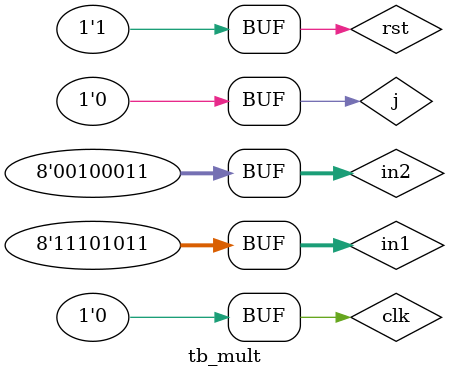
<source format=v>
`timescale 1ns/1ps
`define DATA_WIDTH 8

module tb_mult ();

reg clk;
reg rst;
reg [`DATA_WIDTH-1:0]in1;
reg [`DATA_WIDTH-1:0]in2;
wire [`DATA_WIDTH*2-1:0]out;


multiplier uut(
    .clk(clk),
    .rst(rst),
    .in1(in1),
    .in2(in2),
    .out(out)  
);

initial begin
        $dumpfile("../simulations/tb_mult.vcd");
        $dumpvars(0, tb_mult);
    end

initial begin
    in1 <= -21;
    in2 <= 35;
    rst = 1;
    #5;
    rst = 0;
    #5;
    rst <= 1;
end

reg j;
initial
begin
  for(j=0;j<20;j=j+1)
    begin
      clk = 1;
      #5;
      clk = 0;
      #5;
    end
  end
endmodule
</source>
